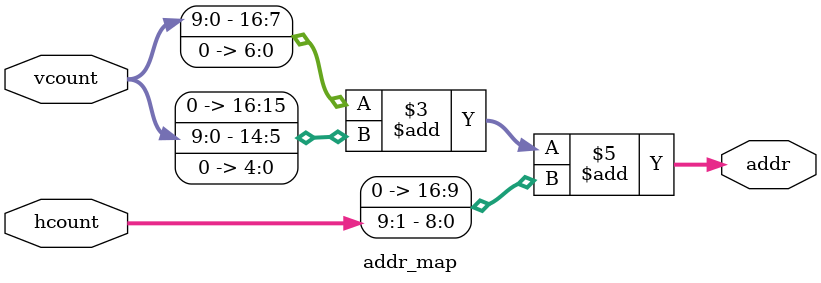
<source format=v>

module addr_map(input[9:0] hcount,
                input[9:0] vcount,
                output[16:0] addr);

assign addr = (vcount << 7) + (vcount << 5) + (hcount >> 1);
endmodule

</source>
